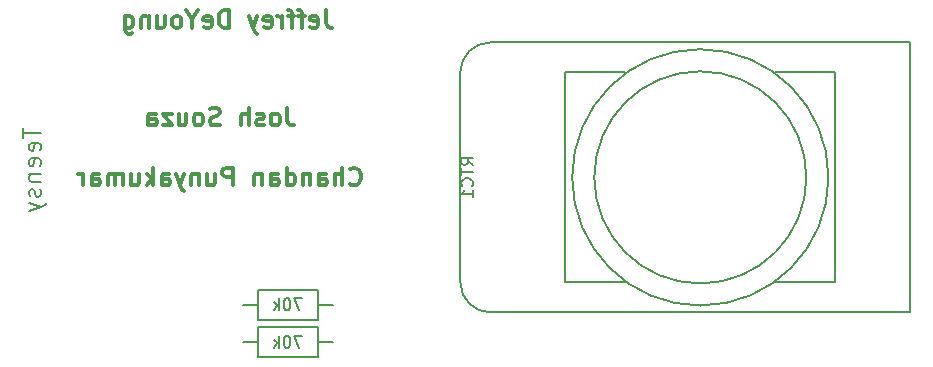
<source format=gbo>
G04 #@! TF.FileFunction,Legend,Bot*
%FSLAX46Y46*%
G04 Gerber Fmt 4.6, Leading zero omitted, Abs format (unit mm)*
G04 Created by KiCad (PCBNEW 4.0.0-rc1-stable) date 11/7/2015 3:14:44 PM*
%MOMM*%
G01*
G04 APERTURE LIST*
%ADD10C,0.020000*%
%ADD11C,0.300000*%
%ADD12C,0.150000*%
G04 APERTURE END LIST*
D10*
D11*
X134789286Y-76735714D02*
X134860715Y-76807143D01*
X135075001Y-76878571D01*
X135217858Y-76878571D01*
X135432143Y-76807143D01*
X135575001Y-76664286D01*
X135646429Y-76521429D01*
X135717858Y-76235714D01*
X135717858Y-76021429D01*
X135646429Y-75735714D01*
X135575001Y-75592857D01*
X135432143Y-75450000D01*
X135217858Y-75378571D01*
X135075001Y-75378571D01*
X134860715Y-75450000D01*
X134789286Y-75521429D01*
X134146429Y-76878571D02*
X134146429Y-75378571D01*
X133503572Y-76878571D02*
X133503572Y-76092857D01*
X133575001Y-75950000D01*
X133717858Y-75878571D01*
X133932143Y-75878571D01*
X134075001Y-75950000D01*
X134146429Y-76021429D01*
X132146429Y-76878571D02*
X132146429Y-76092857D01*
X132217858Y-75950000D01*
X132360715Y-75878571D01*
X132646429Y-75878571D01*
X132789286Y-75950000D01*
X132146429Y-76807143D02*
X132289286Y-76878571D01*
X132646429Y-76878571D01*
X132789286Y-76807143D01*
X132860715Y-76664286D01*
X132860715Y-76521429D01*
X132789286Y-76378571D01*
X132646429Y-76307143D01*
X132289286Y-76307143D01*
X132146429Y-76235714D01*
X131432143Y-75878571D02*
X131432143Y-76878571D01*
X131432143Y-76021429D02*
X131360715Y-75950000D01*
X131217857Y-75878571D01*
X131003572Y-75878571D01*
X130860715Y-75950000D01*
X130789286Y-76092857D01*
X130789286Y-76878571D01*
X129432143Y-76878571D02*
X129432143Y-75378571D01*
X129432143Y-76807143D02*
X129575000Y-76878571D01*
X129860714Y-76878571D01*
X130003572Y-76807143D01*
X130075000Y-76735714D01*
X130146429Y-76592857D01*
X130146429Y-76164286D01*
X130075000Y-76021429D01*
X130003572Y-75950000D01*
X129860714Y-75878571D01*
X129575000Y-75878571D01*
X129432143Y-75950000D01*
X128075000Y-76878571D02*
X128075000Y-76092857D01*
X128146429Y-75950000D01*
X128289286Y-75878571D01*
X128575000Y-75878571D01*
X128717857Y-75950000D01*
X128075000Y-76807143D02*
X128217857Y-76878571D01*
X128575000Y-76878571D01*
X128717857Y-76807143D01*
X128789286Y-76664286D01*
X128789286Y-76521429D01*
X128717857Y-76378571D01*
X128575000Y-76307143D01*
X128217857Y-76307143D01*
X128075000Y-76235714D01*
X127360714Y-75878571D02*
X127360714Y-76878571D01*
X127360714Y-76021429D02*
X127289286Y-75950000D01*
X127146428Y-75878571D01*
X126932143Y-75878571D01*
X126789286Y-75950000D01*
X126717857Y-76092857D01*
X126717857Y-76878571D01*
X124860714Y-76878571D02*
X124860714Y-75378571D01*
X124289286Y-75378571D01*
X124146428Y-75450000D01*
X124075000Y-75521429D01*
X124003571Y-75664286D01*
X124003571Y-75878571D01*
X124075000Y-76021429D01*
X124146428Y-76092857D01*
X124289286Y-76164286D01*
X124860714Y-76164286D01*
X122717857Y-75878571D02*
X122717857Y-76878571D01*
X123360714Y-75878571D02*
X123360714Y-76664286D01*
X123289286Y-76807143D01*
X123146428Y-76878571D01*
X122932143Y-76878571D01*
X122789286Y-76807143D01*
X122717857Y-76735714D01*
X122003571Y-75878571D02*
X122003571Y-76878571D01*
X122003571Y-76021429D02*
X121932143Y-75950000D01*
X121789285Y-75878571D01*
X121575000Y-75878571D01*
X121432143Y-75950000D01*
X121360714Y-76092857D01*
X121360714Y-76878571D01*
X120789285Y-75878571D02*
X120432142Y-76878571D01*
X120075000Y-75878571D02*
X120432142Y-76878571D01*
X120575000Y-77235714D01*
X120646428Y-77307143D01*
X120789285Y-77378571D01*
X118860714Y-76878571D02*
X118860714Y-76092857D01*
X118932143Y-75950000D01*
X119075000Y-75878571D01*
X119360714Y-75878571D01*
X119503571Y-75950000D01*
X118860714Y-76807143D02*
X119003571Y-76878571D01*
X119360714Y-76878571D01*
X119503571Y-76807143D01*
X119575000Y-76664286D01*
X119575000Y-76521429D01*
X119503571Y-76378571D01*
X119360714Y-76307143D01*
X119003571Y-76307143D01*
X118860714Y-76235714D01*
X118146428Y-76878571D02*
X118146428Y-75378571D01*
X118003571Y-76307143D02*
X117575000Y-76878571D01*
X117575000Y-75878571D02*
X118146428Y-76450000D01*
X116289285Y-75878571D02*
X116289285Y-76878571D01*
X116932142Y-75878571D02*
X116932142Y-76664286D01*
X116860714Y-76807143D01*
X116717856Y-76878571D01*
X116503571Y-76878571D01*
X116360714Y-76807143D01*
X116289285Y-76735714D01*
X115574999Y-76878571D02*
X115574999Y-75878571D01*
X115574999Y-76021429D02*
X115503571Y-75950000D01*
X115360713Y-75878571D01*
X115146428Y-75878571D01*
X115003571Y-75950000D01*
X114932142Y-76092857D01*
X114932142Y-76878571D01*
X114932142Y-76092857D02*
X114860713Y-75950000D01*
X114717856Y-75878571D01*
X114503571Y-75878571D01*
X114360713Y-75950000D01*
X114289285Y-76092857D01*
X114289285Y-76878571D01*
X112932142Y-76878571D02*
X112932142Y-76092857D01*
X113003571Y-75950000D01*
X113146428Y-75878571D01*
X113432142Y-75878571D01*
X113574999Y-75950000D01*
X112932142Y-76807143D02*
X113074999Y-76878571D01*
X113432142Y-76878571D01*
X113574999Y-76807143D01*
X113646428Y-76664286D01*
X113646428Y-76521429D01*
X113574999Y-76378571D01*
X113432142Y-76307143D01*
X113074999Y-76307143D01*
X112932142Y-76235714D01*
X112217856Y-76878571D02*
X112217856Y-75878571D01*
X112217856Y-76164286D02*
X112146428Y-76021429D01*
X112074999Y-75950000D01*
X111932142Y-75878571D01*
X111789285Y-75878571D01*
X132745714Y-62043571D02*
X132745714Y-63115000D01*
X132817142Y-63329286D01*
X132959999Y-63472143D01*
X133174285Y-63543571D01*
X133317142Y-63543571D01*
X131460000Y-63472143D02*
X131602857Y-63543571D01*
X131888571Y-63543571D01*
X132031428Y-63472143D01*
X132102857Y-63329286D01*
X132102857Y-62757857D01*
X132031428Y-62615000D01*
X131888571Y-62543571D01*
X131602857Y-62543571D01*
X131460000Y-62615000D01*
X131388571Y-62757857D01*
X131388571Y-62900714D01*
X132102857Y-63043571D01*
X130960000Y-62543571D02*
X130388571Y-62543571D01*
X130745714Y-63543571D02*
X130745714Y-62257857D01*
X130674286Y-62115000D01*
X130531428Y-62043571D01*
X130388571Y-62043571D01*
X130102857Y-62543571D02*
X129531428Y-62543571D01*
X129888571Y-63543571D02*
X129888571Y-62257857D01*
X129817143Y-62115000D01*
X129674285Y-62043571D01*
X129531428Y-62043571D01*
X129031428Y-63543571D02*
X129031428Y-62543571D01*
X129031428Y-62829286D02*
X128960000Y-62686429D01*
X128888571Y-62615000D01*
X128745714Y-62543571D01*
X128602857Y-62543571D01*
X127531429Y-63472143D02*
X127674286Y-63543571D01*
X127960000Y-63543571D01*
X128102857Y-63472143D01*
X128174286Y-63329286D01*
X128174286Y-62757857D01*
X128102857Y-62615000D01*
X127960000Y-62543571D01*
X127674286Y-62543571D01*
X127531429Y-62615000D01*
X127460000Y-62757857D01*
X127460000Y-62900714D01*
X128174286Y-63043571D01*
X126960000Y-62543571D02*
X126602857Y-63543571D01*
X126245715Y-62543571D02*
X126602857Y-63543571D01*
X126745715Y-63900714D01*
X126817143Y-63972143D01*
X126960000Y-64043571D01*
X124531429Y-63543571D02*
X124531429Y-62043571D01*
X124174286Y-62043571D01*
X123960001Y-62115000D01*
X123817143Y-62257857D01*
X123745715Y-62400714D01*
X123674286Y-62686429D01*
X123674286Y-62900714D01*
X123745715Y-63186429D01*
X123817143Y-63329286D01*
X123960001Y-63472143D01*
X124174286Y-63543571D01*
X124531429Y-63543571D01*
X122460001Y-63472143D02*
X122602858Y-63543571D01*
X122888572Y-63543571D01*
X123031429Y-63472143D01*
X123102858Y-63329286D01*
X123102858Y-62757857D01*
X123031429Y-62615000D01*
X122888572Y-62543571D01*
X122602858Y-62543571D01*
X122460001Y-62615000D01*
X122388572Y-62757857D01*
X122388572Y-62900714D01*
X123102858Y-63043571D01*
X121460001Y-62829286D02*
X121460001Y-63543571D01*
X121960001Y-62043571D02*
X121460001Y-62829286D01*
X120960001Y-62043571D01*
X120245715Y-63543571D02*
X120388573Y-63472143D01*
X120460001Y-63400714D01*
X120531430Y-63257857D01*
X120531430Y-62829286D01*
X120460001Y-62686429D01*
X120388573Y-62615000D01*
X120245715Y-62543571D01*
X120031430Y-62543571D01*
X119888573Y-62615000D01*
X119817144Y-62686429D01*
X119745715Y-62829286D01*
X119745715Y-63257857D01*
X119817144Y-63400714D01*
X119888573Y-63472143D01*
X120031430Y-63543571D01*
X120245715Y-63543571D01*
X118460001Y-62543571D02*
X118460001Y-63543571D01*
X119102858Y-62543571D02*
X119102858Y-63329286D01*
X119031430Y-63472143D01*
X118888572Y-63543571D01*
X118674287Y-63543571D01*
X118531430Y-63472143D01*
X118460001Y-63400714D01*
X117745715Y-62543571D02*
X117745715Y-63543571D01*
X117745715Y-62686429D02*
X117674287Y-62615000D01*
X117531429Y-62543571D01*
X117317144Y-62543571D01*
X117174287Y-62615000D01*
X117102858Y-62757857D01*
X117102858Y-63543571D01*
X115745715Y-62543571D02*
X115745715Y-63757857D01*
X115817144Y-63900714D01*
X115888572Y-63972143D01*
X116031429Y-64043571D01*
X116245715Y-64043571D01*
X116388572Y-63972143D01*
X115745715Y-63472143D02*
X115888572Y-63543571D01*
X116174286Y-63543571D01*
X116317144Y-63472143D01*
X116388572Y-63400714D01*
X116460001Y-63257857D01*
X116460001Y-62829286D01*
X116388572Y-62686429D01*
X116317144Y-62615000D01*
X116174286Y-62543571D01*
X115888572Y-62543571D01*
X115745715Y-62615000D01*
X129503572Y-70298571D02*
X129503572Y-71370000D01*
X129575000Y-71584286D01*
X129717857Y-71727143D01*
X129932143Y-71798571D01*
X130075000Y-71798571D01*
X128575000Y-71798571D02*
X128717858Y-71727143D01*
X128789286Y-71655714D01*
X128860715Y-71512857D01*
X128860715Y-71084286D01*
X128789286Y-70941429D01*
X128717858Y-70870000D01*
X128575000Y-70798571D01*
X128360715Y-70798571D01*
X128217858Y-70870000D01*
X128146429Y-70941429D01*
X128075000Y-71084286D01*
X128075000Y-71512857D01*
X128146429Y-71655714D01*
X128217858Y-71727143D01*
X128360715Y-71798571D01*
X128575000Y-71798571D01*
X127503572Y-71727143D02*
X127360715Y-71798571D01*
X127075000Y-71798571D01*
X126932143Y-71727143D01*
X126860715Y-71584286D01*
X126860715Y-71512857D01*
X126932143Y-71370000D01*
X127075000Y-71298571D01*
X127289286Y-71298571D01*
X127432143Y-71227143D01*
X127503572Y-71084286D01*
X127503572Y-71012857D01*
X127432143Y-70870000D01*
X127289286Y-70798571D01*
X127075000Y-70798571D01*
X126932143Y-70870000D01*
X126217857Y-71798571D02*
X126217857Y-70298571D01*
X125575000Y-71798571D02*
X125575000Y-71012857D01*
X125646429Y-70870000D01*
X125789286Y-70798571D01*
X126003571Y-70798571D01*
X126146429Y-70870000D01*
X126217857Y-70941429D01*
X123789286Y-71727143D02*
X123575000Y-71798571D01*
X123217857Y-71798571D01*
X123075000Y-71727143D01*
X123003571Y-71655714D01*
X122932143Y-71512857D01*
X122932143Y-71370000D01*
X123003571Y-71227143D01*
X123075000Y-71155714D01*
X123217857Y-71084286D01*
X123503571Y-71012857D01*
X123646429Y-70941429D01*
X123717857Y-70870000D01*
X123789286Y-70727143D01*
X123789286Y-70584286D01*
X123717857Y-70441429D01*
X123646429Y-70370000D01*
X123503571Y-70298571D01*
X123146429Y-70298571D01*
X122932143Y-70370000D01*
X122075000Y-71798571D02*
X122217858Y-71727143D01*
X122289286Y-71655714D01*
X122360715Y-71512857D01*
X122360715Y-71084286D01*
X122289286Y-70941429D01*
X122217858Y-70870000D01*
X122075000Y-70798571D01*
X121860715Y-70798571D01*
X121717858Y-70870000D01*
X121646429Y-70941429D01*
X121575000Y-71084286D01*
X121575000Y-71512857D01*
X121646429Y-71655714D01*
X121717858Y-71727143D01*
X121860715Y-71798571D01*
X122075000Y-71798571D01*
X120289286Y-70798571D02*
X120289286Y-71798571D01*
X120932143Y-70798571D02*
X120932143Y-71584286D01*
X120860715Y-71727143D01*
X120717857Y-71798571D01*
X120503572Y-71798571D01*
X120360715Y-71727143D01*
X120289286Y-71655714D01*
X119717857Y-70798571D02*
X118932143Y-70798571D01*
X119717857Y-71798571D01*
X118932143Y-71798571D01*
X117717857Y-71798571D02*
X117717857Y-71012857D01*
X117789286Y-70870000D01*
X117932143Y-70798571D01*
X118217857Y-70798571D01*
X118360714Y-70870000D01*
X117717857Y-71727143D02*
X117860714Y-71798571D01*
X118217857Y-71798571D01*
X118360714Y-71727143D01*
X118432143Y-71584286D01*
X118432143Y-71441429D01*
X118360714Y-71298571D01*
X118217857Y-71227143D01*
X117860714Y-71227143D01*
X117717857Y-71155714D01*
D12*
X175895000Y-67310000D02*
X170815000Y-67310000D01*
X175895000Y-67310000D02*
X175895000Y-85090000D01*
X175895000Y-85090000D02*
X170815000Y-85090000D01*
X158115000Y-85090000D02*
X153035000Y-85090000D01*
X153035000Y-85090000D02*
X153035000Y-67310000D01*
X153035000Y-67310000D02*
X158115000Y-67310000D01*
X173445256Y-76200000D02*
G75*
G03X173445256Y-76200000I-8980256J0D01*
G01*
X175315885Y-76200000D02*
G75*
G03X175315885Y-76200000I-10850885J0D01*
G01*
X146685000Y-64770000D02*
X182245000Y-64770000D01*
X146685000Y-87630000D02*
X182245000Y-87630000D01*
X144145000Y-85090000D02*
X144145000Y-67310000D01*
X144145000Y-67310000D02*
G75*
G02X146685000Y-64770000I2540000J0D01*
G01*
X146685000Y-87630000D02*
G75*
G02X144145000Y-85090000I0J2540000D01*
G01*
X182245000Y-64770000D02*
X182245000Y-87630000D01*
X127000000Y-88265000D02*
X132080000Y-88265000D01*
X132080000Y-88265000D02*
X132080000Y-85725000D01*
X132080000Y-85725000D02*
X127000000Y-85725000D01*
X127000000Y-85725000D02*
X127000000Y-88265000D01*
X127000000Y-86995000D02*
X125730000Y-86995000D01*
X132080000Y-86995000D02*
X133350000Y-86995000D01*
X127000000Y-91440000D02*
X132080000Y-91440000D01*
X132080000Y-91440000D02*
X132080000Y-88900000D01*
X132080000Y-88900000D02*
X127000000Y-88900000D01*
X127000000Y-88900000D02*
X127000000Y-91440000D01*
X127000000Y-90170000D02*
X125730000Y-90170000D01*
X132080000Y-90170000D02*
X133350000Y-90170000D01*
X107128571Y-71993572D02*
X107128571Y-72850715D01*
X108628571Y-72422144D02*
X107128571Y-72422144D01*
X108557143Y-73922143D02*
X108628571Y-73779286D01*
X108628571Y-73493572D01*
X108557143Y-73350715D01*
X108414286Y-73279286D01*
X107842857Y-73279286D01*
X107700000Y-73350715D01*
X107628571Y-73493572D01*
X107628571Y-73779286D01*
X107700000Y-73922143D01*
X107842857Y-73993572D01*
X107985714Y-73993572D01*
X108128571Y-73279286D01*
X108557143Y-75207857D02*
X108628571Y-75065000D01*
X108628571Y-74779286D01*
X108557143Y-74636429D01*
X108414286Y-74565000D01*
X107842857Y-74565000D01*
X107700000Y-74636429D01*
X107628571Y-74779286D01*
X107628571Y-75065000D01*
X107700000Y-75207857D01*
X107842857Y-75279286D01*
X107985714Y-75279286D01*
X108128571Y-74565000D01*
X107628571Y-75922143D02*
X108628571Y-75922143D01*
X107771429Y-75922143D02*
X107700000Y-75993571D01*
X107628571Y-76136429D01*
X107628571Y-76350714D01*
X107700000Y-76493571D01*
X107842857Y-76565000D01*
X108628571Y-76565000D01*
X108557143Y-77207857D02*
X108628571Y-77350714D01*
X108628571Y-77636429D01*
X108557143Y-77779286D01*
X108414286Y-77850714D01*
X108342857Y-77850714D01*
X108200000Y-77779286D01*
X108128571Y-77636429D01*
X108128571Y-77422143D01*
X108057143Y-77279286D01*
X107914286Y-77207857D01*
X107842857Y-77207857D01*
X107700000Y-77279286D01*
X107628571Y-77422143D01*
X107628571Y-77636429D01*
X107700000Y-77779286D01*
X107628571Y-78350715D02*
X108628571Y-78707858D01*
X107628571Y-79065000D02*
X108628571Y-78707858D01*
X108985714Y-78565000D01*
X109057143Y-78493572D01*
X109128571Y-78350715D01*
X145232381Y-75152381D02*
X144756190Y-74819047D01*
X145232381Y-74580952D02*
X144232381Y-74580952D01*
X144232381Y-74961905D01*
X144280000Y-75057143D01*
X144327619Y-75104762D01*
X144422857Y-75152381D01*
X144565714Y-75152381D01*
X144660952Y-75104762D01*
X144708571Y-75057143D01*
X144756190Y-74961905D01*
X144756190Y-74580952D01*
X144232381Y-75438095D02*
X144232381Y-76009524D01*
X145232381Y-75723809D02*
X144232381Y-75723809D01*
X145137143Y-76914286D02*
X145184762Y-76866667D01*
X145232381Y-76723810D01*
X145232381Y-76628572D01*
X145184762Y-76485714D01*
X145089524Y-76390476D01*
X144994286Y-76342857D01*
X144803810Y-76295238D01*
X144660952Y-76295238D01*
X144470476Y-76342857D01*
X144375238Y-76390476D01*
X144280000Y-76485714D01*
X144232381Y-76628572D01*
X144232381Y-76723810D01*
X144280000Y-76866667D01*
X144327619Y-76914286D01*
X145232381Y-77866667D02*
X145232381Y-77295238D01*
X145232381Y-77580952D02*
X144232381Y-77580952D01*
X144375238Y-77485714D01*
X144470476Y-77390476D01*
X144518095Y-77295238D01*
X130754286Y-86447381D02*
X130087619Y-86447381D01*
X130516191Y-87447381D01*
X129516191Y-86447381D02*
X129420952Y-86447381D01*
X129325714Y-86495000D01*
X129278095Y-86542619D01*
X129230476Y-86637857D01*
X129182857Y-86828333D01*
X129182857Y-87066429D01*
X129230476Y-87256905D01*
X129278095Y-87352143D01*
X129325714Y-87399762D01*
X129420952Y-87447381D01*
X129516191Y-87447381D01*
X129611429Y-87399762D01*
X129659048Y-87352143D01*
X129706667Y-87256905D01*
X129754286Y-87066429D01*
X129754286Y-86828333D01*
X129706667Y-86637857D01*
X129659048Y-86542619D01*
X129611429Y-86495000D01*
X129516191Y-86447381D01*
X128754286Y-87447381D02*
X128754286Y-86447381D01*
X128659048Y-87066429D02*
X128373333Y-87447381D01*
X128373333Y-86780714D02*
X128754286Y-87161667D01*
X130754286Y-89622381D02*
X130087619Y-89622381D01*
X130516191Y-90622381D01*
X129516191Y-89622381D02*
X129420952Y-89622381D01*
X129325714Y-89670000D01*
X129278095Y-89717619D01*
X129230476Y-89812857D01*
X129182857Y-90003333D01*
X129182857Y-90241429D01*
X129230476Y-90431905D01*
X129278095Y-90527143D01*
X129325714Y-90574762D01*
X129420952Y-90622381D01*
X129516191Y-90622381D01*
X129611429Y-90574762D01*
X129659048Y-90527143D01*
X129706667Y-90431905D01*
X129754286Y-90241429D01*
X129754286Y-90003333D01*
X129706667Y-89812857D01*
X129659048Y-89717619D01*
X129611429Y-89670000D01*
X129516191Y-89622381D01*
X128754286Y-90622381D02*
X128754286Y-89622381D01*
X128659048Y-90241429D02*
X128373333Y-90622381D01*
X128373333Y-89955714D02*
X128754286Y-90336667D01*
M02*

</source>
